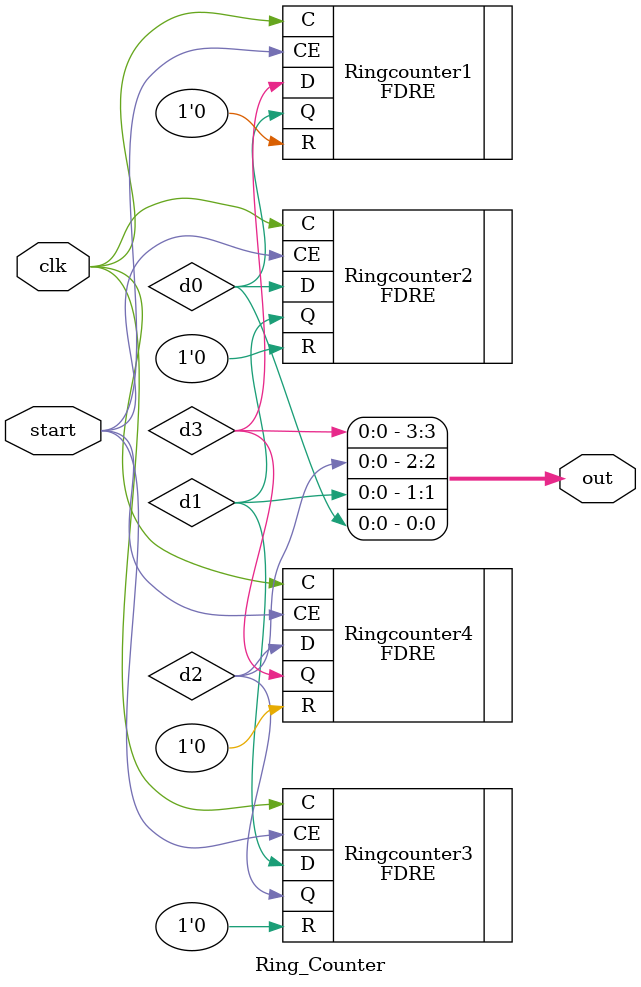
<source format=v>
`timescale 1ns / 1ps


module Ring_Counter(
    input start, clk, 
    output [3:0] out
    );
    
    //wire [1:0] Q;  // comment this line if you want Q as an output
    wire d0,d1,d2,d3;
    
    FDRE #(.INIT(1'b1)) Ringcounter1 (.C(clk), .R(1'b0), .CE(start), .D(d3), .Q(d0));
    FDRE #(.INIT(1'b0)) Ringcounter2 (.C(clk), .R(1'b0), .CE(start), .D(d0), .Q(d1));
    FDRE #(.INIT(1'b0)) Ringcounter3 (.C(clk), .R(1'b0), .CE(start), .D(d1), .Q(d2));
    FDRE #(.INIT(1'b0)) Ringcounter4 (.C(clk), .R(1'b0), .CE(start), .D(d2), .Q(d3));
    
    assign out = {d3, d2, d1, d0};

endmodule

</source>
